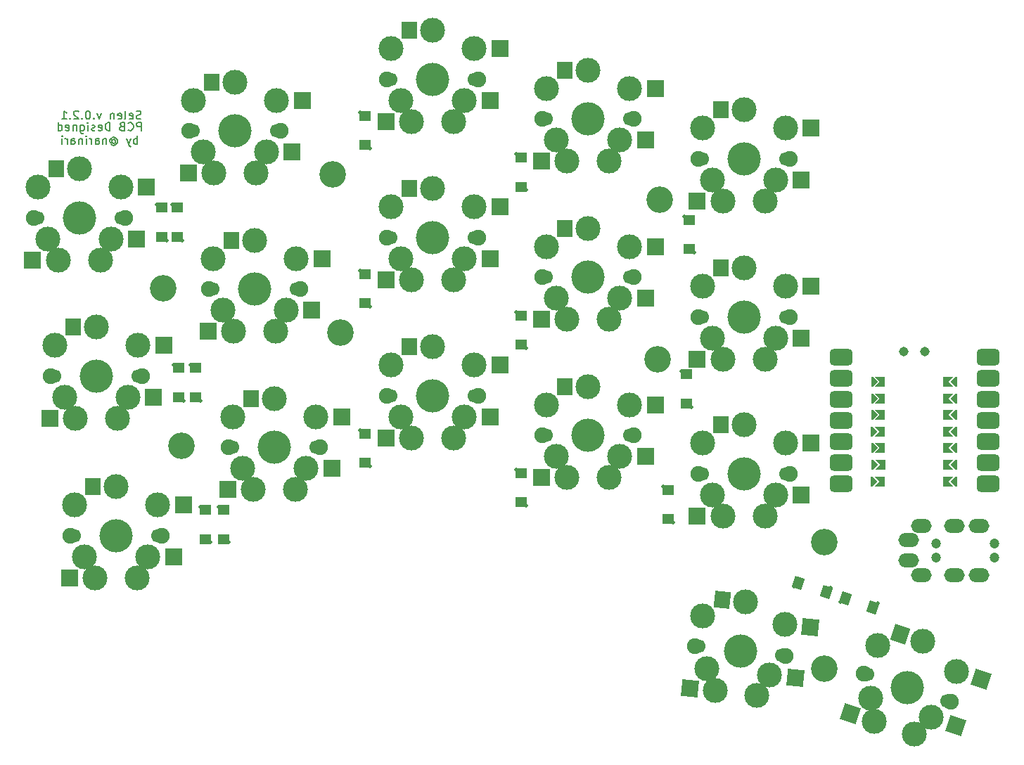
<source format=gbs>
%TF.GenerationSoftware,KiCad,Pcbnew,(6.0.7)*%
%TF.CreationDate,2022-09-23T16:12:31+09:00*%
%TF.ProjectId,selen-full,73656c65-6e2d-4667-956c-6c2e6b696361,rev?*%
%TF.SameCoordinates,Original*%
%TF.FileFunction,Soldermask,Bot*%
%TF.FilePolarity,Negative*%
%FSLAX46Y46*%
G04 Gerber Fmt 4.6, Leading zero omitted, Abs format (unit mm)*
G04 Created by KiCad (PCBNEW (6.0.7)) date 2022-09-23 16:12:31*
%MOMM*%
%LPD*%
G01*
G04 APERTURE LIST*
G04 Aperture macros list*
%AMRoundRect*
0 Rectangle with rounded corners*
0 $1 Rounding radius*
0 $2 $3 $4 $5 $6 $7 $8 $9 X,Y pos of 4 corners*
0 Add a 4 corners polygon primitive as box body*
4,1,4,$2,$3,$4,$5,$6,$7,$8,$9,$2,$3,0*
0 Add four circle primitives for the rounded corners*
1,1,$1+$1,$2,$3*
1,1,$1+$1,$4,$5*
1,1,$1+$1,$6,$7*
1,1,$1+$1,$8,$9*
0 Add four rect primitives between the rounded corners*
20,1,$1+$1,$2,$3,$4,$5,0*
20,1,$1+$1,$4,$5,$6,$7,0*
20,1,$1+$1,$6,$7,$8,$9,0*
20,1,$1+$1,$8,$9,$2,$3,0*%
%AMRotRect*
0 Rectangle, with rotation*
0 The origin of the aperture is its center*
0 $1 length*
0 $2 width*
0 $3 Rotation angle, in degrees counterclockwise*
0 Add horizontal line*
21,1,$1,$2,0,0,$3*%
%AMFreePoly0*
4,1,6,0.600000,0.200000,0.000000,-0.400000,-0.600000,0.200000,-0.600000,0.400000,0.600000,0.400000,0.600000,0.200000,0.600000,0.200000,$1*%
%AMFreePoly1*
4,1,6,0.600000,-0.250000,-0.600000,-0.250000,-0.600000,1.000000,0.000000,0.400000,0.600000,1.000000,0.600000,-0.250000,0.600000,-0.250000,$1*%
G04 Aperture macros list end*
%ADD10C,0.150000*%
%ADD11R,1.400000X1.200000*%
%ADD12C,0.500000*%
%ADD13RotRect,1.200000X1.400000X342.000000*%
%ADD14C,3.200000*%
%ADD15C,1.900000*%
%ADD16C,3.000000*%
%ADD17C,1.700000*%
%ADD18C,4.000000*%
%ADD19R,2.000000X2.000000*%
%ADD20R,1.900000X2.000000*%
%ADD21RotRect,2.000000X2.000000X354.000000*%
%ADD22RotRect,1.900000X2.000000X354.000000*%
%ADD23RotRect,1.200000X1.400000X162.000000*%
%ADD24RotRect,2.000000X2.000000X342.000000*%
%ADD25RotRect,1.900000X2.000000X342.000000*%
%ADD26C,1.200000*%
%ADD27O,2.500000X1.700000*%
%ADD28FreePoly0,90.000000*%
%ADD29RoundRect,0.499745X-0.874395X-0.499745X0.874395X-0.499745X0.874395X0.499745X-0.874395X0.499745X0*%
%ADD30FreePoly0,270.000000*%
%ADD31FreePoly1,90.000000*%
%ADD32FreePoly1,270.000000*%
%ADD33C,1.143000*%
G04 APERTURE END LIST*
D10*
X107761904Y-69004761D02*
X107619047Y-69052380D01*
X107380952Y-69052380D01*
X107285714Y-69004761D01*
X107238095Y-68957142D01*
X107190476Y-68861904D01*
X107190476Y-68766666D01*
X107238095Y-68671428D01*
X107285714Y-68623809D01*
X107380952Y-68576190D01*
X107571428Y-68528571D01*
X107666666Y-68480952D01*
X107714285Y-68433333D01*
X107761904Y-68338095D01*
X107761904Y-68242857D01*
X107714285Y-68147619D01*
X107666666Y-68100000D01*
X107571428Y-68052380D01*
X107333333Y-68052380D01*
X107190476Y-68100000D01*
X106380952Y-69004761D02*
X106476190Y-69052380D01*
X106666666Y-69052380D01*
X106761904Y-69004761D01*
X106809523Y-68909523D01*
X106809523Y-68528571D01*
X106761904Y-68433333D01*
X106666666Y-68385714D01*
X106476190Y-68385714D01*
X106380952Y-68433333D01*
X106333333Y-68528571D01*
X106333333Y-68623809D01*
X106809523Y-68719047D01*
X105761904Y-69052380D02*
X105857142Y-69004761D01*
X105904761Y-68909523D01*
X105904761Y-68052380D01*
X105000000Y-69004761D02*
X105095238Y-69052380D01*
X105285714Y-69052380D01*
X105380952Y-69004761D01*
X105428571Y-68909523D01*
X105428571Y-68528571D01*
X105380952Y-68433333D01*
X105285714Y-68385714D01*
X105095238Y-68385714D01*
X105000000Y-68433333D01*
X104952380Y-68528571D01*
X104952380Y-68623809D01*
X105428571Y-68719047D01*
X104523809Y-68385714D02*
X104523809Y-69052380D01*
X104523809Y-68480952D02*
X104476190Y-68433333D01*
X104380952Y-68385714D01*
X104238095Y-68385714D01*
X104142857Y-68433333D01*
X104095238Y-68528571D01*
X104095238Y-69052380D01*
X102952380Y-68385714D02*
X102714285Y-69052380D01*
X102476190Y-68385714D01*
X102095238Y-68957142D02*
X102047619Y-69004761D01*
X102095238Y-69052380D01*
X102142857Y-69004761D01*
X102095238Y-68957142D01*
X102095238Y-69052380D01*
X101428571Y-68052380D02*
X101333333Y-68052380D01*
X101238095Y-68100000D01*
X101190476Y-68147619D01*
X101142857Y-68242857D01*
X101095238Y-68433333D01*
X101095238Y-68671428D01*
X101142857Y-68861904D01*
X101190476Y-68957142D01*
X101238095Y-69004761D01*
X101333333Y-69052380D01*
X101428571Y-69052380D01*
X101523809Y-69004761D01*
X101571428Y-68957142D01*
X101619047Y-68861904D01*
X101666666Y-68671428D01*
X101666666Y-68433333D01*
X101619047Y-68242857D01*
X101571428Y-68147619D01*
X101523809Y-68100000D01*
X101428571Y-68052380D01*
X100666666Y-68957142D02*
X100619047Y-69004761D01*
X100666666Y-69052380D01*
X100714285Y-69004761D01*
X100666666Y-68957142D01*
X100666666Y-69052380D01*
X100238095Y-68147619D02*
X100190476Y-68100000D01*
X100095238Y-68052380D01*
X99857142Y-68052380D01*
X99761904Y-68100000D01*
X99714285Y-68147619D01*
X99666666Y-68242857D01*
X99666666Y-68338095D01*
X99714285Y-68480952D01*
X100285714Y-69052380D01*
X99666666Y-69052380D01*
X99238095Y-68957142D02*
X99190476Y-69004761D01*
X99238095Y-69052380D01*
X99285714Y-69004761D01*
X99238095Y-68957142D01*
X99238095Y-69052380D01*
X98238095Y-69052380D02*
X98809523Y-69052380D01*
X98523809Y-69052380D02*
X98523809Y-68052380D01*
X98619047Y-68195238D01*
X98714285Y-68290476D01*
X98809523Y-68338095D01*
X107800000Y-70447380D02*
X107800000Y-69447380D01*
X107419047Y-69447380D01*
X107323809Y-69495000D01*
X107276190Y-69542619D01*
X107228571Y-69637857D01*
X107228571Y-69780714D01*
X107276190Y-69875952D01*
X107323809Y-69923571D01*
X107419047Y-69971190D01*
X107800000Y-69971190D01*
X106228571Y-70352142D02*
X106276190Y-70399761D01*
X106419047Y-70447380D01*
X106514285Y-70447380D01*
X106657142Y-70399761D01*
X106752380Y-70304523D01*
X106800000Y-70209285D01*
X106847619Y-70018809D01*
X106847619Y-69875952D01*
X106800000Y-69685476D01*
X106752380Y-69590238D01*
X106657142Y-69495000D01*
X106514285Y-69447380D01*
X106419047Y-69447380D01*
X106276190Y-69495000D01*
X106228571Y-69542619D01*
X105466666Y-69923571D02*
X105323809Y-69971190D01*
X105276190Y-70018809D01*
X105228571Y-70114047D01*
X105228571Y-70256904D01*
X105276190Y-70352142D01*
X105323809Y-70399761D01*
X105419047Y-70447380D01*
X105800000Y-70447380D01*
X105800000Y-69447380D01*
X105466666Y-69447380D01*
X105371428Y-69495000D01*
X105323809Y-69542619D01*
X105276190Y-69637857D01*
X105276190Y-69733095D01*
X105323809Y-69828333D01*
X105371428Y-69875952D01*
X105466666Y-69923571D01*
X105800000Y-69923571D01*
X104038095Y-70447380D02*
X104038095Y-69447380D01*
X103800000Y-69447380D01*
X103657142Y-69495000D01*
X103561904Y-69590238D01*
X103514285Y-69685476D01*
X103466666Y-69875952D01*
X103466666Y-70018809D01*
X103514285Y-70209285D01*
X103561904Y-70304523D01*
X103657142Y-70399761D01*
X103800000Y-70447380D01*
X104038095Y-70447380D01*
X102657142Y-70399761D02*
X102752380Y-70447380D01*
X102942857Y-70447380D01*
X103038095Y-70399761D01*
X103085714Y-70304523D01*
X103085714Y-69923571D01*
X103038095Y-69828333D01*
X102942857Y-69780714D01*
X102752380Y-69780714D01*
X102657142Y-69828333D01*
X102609523Y-69923571D01*
X102609523Y-70018809D01*
X103085714Y-70114047D01*
X102228571Y-70399761D02*
X102133333Y-70447380D01*
X101942857Y-70447380D01*
X101847619Y-70399761D01*
X101800000Y-70304523D01*
X101800000Y-70256904D01*
X101847619Y-70161666D01*
X101942857Y-70114047D01*
X102085714Y-70114047D01*
X102180952Y-70066428D01*
X102228571Y-69971190D01*
X102228571Y-69923571D01*
X102180952Y-69828333D01*
X102085714Y-69780714D01*
X101942857Y-69780714D01*
X101847619Y-69828333D01*
X101371428Y-70447380D02*
X101371428Y-69780714D01*
X101371428Y-69447380D02*
X101419047Y-69495000D01*
X101371428Y-69542619D01*
X101323809Y-69495000D01*
X101371428Y-69447380D01*
X101371428Y-69542619D01*
X100466666Y-69780714D02*
X100466666Y-70590238D01*
X100514285Y-70685476D01*
X100561904Y-70733095D01*
X100657142Y-70780714D01*
X100800000Y-70780714D01*
X100895238Y-70733095D01*
X100466666Y-70399761D02*
X100561904Y-70447380D01*
X100752380Y-70447380D01*
X100847619Y-70399761D01*
X100895238Y-70352142D01*
X100942857Y-70256904D01*
X100942857Y-69971190D01*
X100895238Y-69875952D01*
X100847619Y-69828333D01*
X100752380Y-69780714D01*
X100561904Y-69780714D01*
X100466666Y-69828333D01*
X99990476Y-69780714D02*
X99990476Y-70447380D01*
X99990476Y-69875952D02*
X99942857Y-69828333D01*
X99847619Y-69780714D01*
X99704761Y-69780714D01*
X99609523Y-69828333D01*
X99561904Y-69923571D01*
X99561904Y-70447380D01*
X98704761Y-70399761D02*
X98800000Y-70447380D01*
X98990476Y-70447380D01*
X99085714Y-70399761D01*
X99133333Y-70304523D01*
X99133333Y-69923571D01*
X99085714Y-69828333D01*
X98990476Y-69780714D01*
X98800000Y-69780714D01*
X98704761Y-69828333D01*
X98657142Y-69923571D01*
X98657142Y-70018809D01*
X99133333Y-70114047D01*
X97800000Y-70447380D02*
X97800000Y-69447380D01*
X97800000Y-70399761D02*
X97895238Y-70447380D01*
X98085714Y-70447380D01*
X98180952Y-70399761D01*
X98228571Y-70352142D01*
X98276190Y-70256904D01*
X98276190Y-69971190D01*
X98228571Y-69875952D01*
X98180952Y-69828333D01*
X98085714Y-69780714D01*
X97895238Y-69780714D01*
X97800000Y-69828333D01*
X107323809Y-72057380D02*
X107323809Y-71057380D01*
X107323809Y-71438333D02*
X107228571Y-71390714D01*
X107038095Y-71390714D01*
X106942857Y-71438333D01*
X106895238Y-71485952D01*
X106847619Y-71581190D01*
X106847619Y-71866904D01*
X106895238Y-71962142D01*
X106942857Y-72009761D01*
X107038095Y-72057380D01*
X107228571Y-72057380D01*
X107323809Y-72009761D01*
X106514285Y-71390714D02*
X106276190Y-72057380D01*
X106038095Y-71390714D02*
X106276190Y-72057380D01*
X106371428Y-72295476D01*
X106419047Y-72343095D01*
X106514285Y-72390714D01*
X104276190Y-71581190D02*
X104323809Y-71533571D01*
X104419047Y-71485952D01*
X104514285Y-71485952D01*
X104609523Y-71533571D01*
X104657142Y-71581190D01*
X104704761Y-71676428D01*
X104704761Y-71771666D01*
X104657142Y-71866904D01*
X104609523Y-71914523D01*
X104514285Y-71962142D01*
X104419047Y-71962142D01*
X104323809Y-71914523D01*
X104276190Y-71866904D01*
X104276190Y-71485952D02*
X104276190Y-71866904D01*
X104228571Y-71914523D01*
X104180952Y-71914523D01*
X104085714Y-71866904D01*
X104038095Y-71771666D01*
X104038095Y-71533571D01*
X104133333Y-71390714D01*
X104276190Y-71295476D01*
X104466666Y-71247857D01*
X104657142Y-71295476D01*
X104800000Y-71390714D01*
X104895238Y-71533571D01*
X104942857Y-71724047D01*
X104895238Y-71914523D01*
X104800000Y-72057380D01*
X104657142Y-72152619D01*
X104466666Y-72200238D01*
X104276190Y-72152619D01*
X104133333Y-72057380D01*
X103609523Y-71390714D02*
X103609523Y-72057380D01*
X103609523Y-71485952D02*
X103561904Y-71438333D01*
X103466666Y-71390714D01*
X103323809Y-71390714D01*
X103228571Y-71438333D01*
X103180952Y-71533571D01*
X103180952Y-72057380D01*
X102276190Y-72057380D02*
X102276190Y-71533571D01*
X102323809Y-71438333D01*
X102419047Y-71390714D01*
X102609523Y-71390714D01*
X102704761Y-71438333D01*
X102276190Y-72009761D02*
X102371428Y-72057380D01*
X102609523Y-72057380D01*
X102704761Y-72009761D01*
X102752380Y-71914523D01*
X102752380Y-71819285D01*
X102704761Y-71724047D01*
X102609523Y-71676428D01*
X102371428Y-71676428D01*
X102276190Y-71628809D01*
X101800000Y-72057380D02*
X101800000Y-71390714D01*
X101800000Y-71581190D02*
X101752380Y-71485952D01*
X101704761Y-71438333D01*
X101609523Y-71390714D01*
X101514285Y-71390714D01*
X101180952Y-72057380D02*
X101180952Y-71390714D01*
X101180952Y-71057380D02*
X101228571Y-71105000D01*
X101180952Y-71152619D01*
X101133333Y-71105000D01*
X101180952Y-71057380D01*
X101180952Y-71152619D01*
X100704761Y-71390714D02*
X100704761Y-72057380D01*
X100704761Y-71485952D02*
X100657142Y-71438333D01*
X100561904Y-71390714D01*
X100419047Y-71390714D01*
X100323809Y-71438333D01*
X100276190Y-71533571D01*
X100276190Y-72057380D01*
X99371428Y-72057380D02*
X99371428Y-71533571D01*
X99419047Y-71438333D01*
X99514285Y-71390714D01*
X99704761Y-71390714D01*
X99800000Y-71438333D01*
X99371428Y-72009761D02*
X99466666Y-72057380D01*
X99704761Y-72057380D01*
X99800000Y-72009761D01*
X99847619Y-71914523D01*
X99847619Y-71819285D01*
X99800000Y-71724047D01*
X99704761Y-71676428D01*
X99466666Y-71676428D01*
X99371428Y-71628809D01*
X98895238Y-72057380D02*
X98895238Y-71390714D01*
X98895238Y-71581190D02*
X98847619Y-71485952D01*
X98800000Y-71438333D01*
X98704761Y-71390714D01*
X98609523Y-71390714D01*
X98276190Y-72057380D02*
X98276190Y-71390714D01*
X98276190Y-71057380D02*
X98323809Y-71105000D01*
X98276190Y-71152619D01*
X98228571Y-71105000D01*
X98276190Y-71057380D01*
X98276190Y-71152619D01*
D11*
%TO.C,D9*%
X153500000Y-96200000D03*
D12*
X154100000Y-96600000D03*
D11*
X153500000Y-92700000D03*
D12*
X152900000Y-92300000D03*
%TD*%
D11*
%TO.C,D4*%
X153500000Y-77200000D03*
D12*
X154100000Y-77600000D03*
X152900000Y-73300000D03*
D11*
X153500000Y-73700000D03*
%TD*%
%TO.C,D12*%
X117750000Y-119634000D03*
D12*
X118350000Y-120034000D03*
D11*
X117750000Y-116134000D03*
D12*
X117150000Y-115734000D03*
%TD*%
D13*
%TO.C,D17*%
X192532000Y-126746000D03*
D12*
X191966167Y-127193027D03*
X196426531Y-127380532D03*
D13*
X195860698Y-127827560D03*
%TD*%
D14*
%TO.C,REF\u002A\u002A*%
X190000000Y-120000000D03*
%TD*%
D15*
%TO.C,SW1*%
X94830000Y-80962500D03*
D16*
X96520000Y-83502500D03*
D17*
X95250000Y-80962500D03*
D16*
X104140000Y-83502500D03*
X95330000Y-77262500D03*
X100330000Y-75062500D03*
D17*
X105410000Y-80962500D03*
D16*
X105330000Y-77262500D03*
X97790000Y-86042500D03*
X102870000Y-86042500D03*
D18*
X100330000Y-80962500D03*
D15*
X105830000Y-80962500D03*
D19*
X108430000Y-77262500D03*
X107230000Y-83502500D03*
X94730000Y-86042500D03*
D20*
X97530000Y-75062500D03*
%TD*%
D17*
%TO.C,SW13*%
X137795000Y-102393750D03*
D15*
X148375000Y-102393750D03*
D16*
X147875000Y-98693750D03*
X137875000Y-98693750D03*
X142875000Y-96493750D03*
X140335000Y-107473750D03*
D17*
X147955000Y-102393750D03*
D16*
X139065000Y-104933750D03*
X146685000Y-104933750D03*
X145415000Y-107473750D03*
D18*
X142875000Y-102393750D03*
D15*
X137375000Y-102393750D03*
D19*
X150975000Y-98693750D03*
X149775000Y-104933750D03*
D20*
X140075000Y-96493750D03*
D19*
X137275000Y-107473750D03*
%TD*%
D12*
%TO.C,D15*%
X171850000Y-117600000D03*
D11*
X171250000Y-117200000D03*
D12*
X170650000Y-113300000D03*
D11*
X171250000Y-113700000D03*
%TD*%
D14*
%TO.C,REF\u002A\u002A*%
X170200000Y-78800000D03*
%TD*%
D12*
%TO.C,D8*%
X135350000Y-91600000D03*
D11*
X134750000Y-91200000D03*
X134750000Y-87700000D03*
D12*
X134150000Y-87300000D03*
%TD*%
D14*
%TO.C,REF\u002A\u002A*%
X112600000Y-108400000D03*
%TD*%
D16*
%TO.C,SW7*%
X121443750Y-83635000D03*
D15*
X126943750Y-89535000D03*
D16*
X123983750Y-94615000D03*
X117633750Y-92075000D03*
X118903750Y-94615000D03*
X126443750Y-85835000D03*
D18*
X121443750Y-89535000D03*
D16*
X125253750Y-92075000D03*
D15*
X115943750Y-89535000D03*
D17*
X116363750Y-89535000D03*
D16*
X116443750Y-85835000D03*
D17*
X126523750Y-89535000D03*
D19*
X128343750Y-92075000D03*
X129543750Y-85835000D03*
X115843750Y-94615000D03*
D20*
X118643750Y-83635000D03*
%TD*%
D11*
%TO.C,D11*%
X115500000Y-119634000D03*
D12*
X116100000Y-120034000D03*
X114900000Y-115734000D03*
D11*
X115500000Y-116134000D03*
%TD*%
D14*
%TO.C,REF\u002A\u002A*%
X130810000Y-75692000D03*
%TD*%
D16*
%TO.C,SW6*%
X98583750Y-102552500D03*
X107393750Y-96312500D03*
D15*
X107893750Y-100012500D03*
X96893750Y-100012500D03*
D18*
X102393750Y-100012500D03*
D16*
X102393750Y-94112500D03*
D17*
X97313750Y-100012500D03*
D16*
X104933750Y-105092500D03*
X106203750Y-102552500D03*
X99853750Y-105092500D03*
X97393750Y-96312500D03*
D17*
X107473750Y-100012500D03*
D19*
X110493750Y-96312500D03*
X109293750Y-102552500D03*
X96793750Y-105092500D03*
D20*
X99593750Y-94112500D03*
%TD*%
D14*
%TO.C,REF\u002A\u002A*%
X110400000Y-89400000D03*
%TD*%
D16*
%TO.C,SW11*%
X104775000Y-113321250D03*
X108585000Y-121761250D03*
X109775000Y-115521250D03*
D18*
X104775000Y-119221250D03*
D16*
X99775000Y-115521250D03*
D15*
X110275000Y-119221250D03*
D17*
X109855000Y-119221250D03*
D15*
X99275000Y-119221250D03*
D16*
X102235000Y-124301250D03*
X100965000Y-121761250D03*
D17*
X99695000Y-119221250D03*
D16*
X107315000Y-124301250D03*
D19*
X111675000Y-121761250D03*
X112875000Y-115521250D03*
D20*
X101975000Y-113321250D03*
D19*
X99175000Y-124301250D03*
%TD*%
D16*
%TO.C,SW8*%
X142875000Y-77443750D03*
D18*
X142875000Y-83343750D03*
D17*
X137795000Y-83343750D03*
D15*
X137375000Y-83343750D03*
D16*
X137875000Y-79643750D03*
X147875000Y-79643750D03*
X145415000Y-88423750D03*
X146685000Y-85883750D03*
X139065000Y-85883750D03*
D17*
X147955000Y-83343750D03*
D15*
X148375000Y-83343750D03*
D16*
X140335000Y-88423750D03*
D19*
X149775000Y-85883750D03*
X150975000Y-79643750D03*
X137275000Y-88423750D03*
D20*
X140075000Y-77443750D03*
%TD*%
D16*
%TO.C,SW10*%
X180340000Y-86968750D03*
X185340000Y-89168750D03*
D15*
X174840000Y-92868750D03*
D16*
X175340000Y-89168750D03*
X177800000Y-97948750D03*
X176530000Y-95408750D03*
D15*
X185840000Y-92868750D03*
D18*
X180340000Y-92868750D03*
D16*
X182880000Y-97948750D03*
D17*
X185420000Y-92868750D03*
D16*
X184150000Y-95408750D03*
D17*
X175260000Y-92868750D03*
D19*
X188440000Y-89168750D03*
X187240000Y-95408750D03*
X174740000Y-97948750D03*
D20*
X177540000Y-86968750D03*
%TD*%
D16*
%TO.C,SW15*%
X175340000Y-108060000D03*
D17*
X175260000Y-111760000D03*
D16*
X177800000Y-116840000D03*
D15*
X174840000Y-111760000D03*
X185840000Y-111760000D03*
D16*
X176530000Y-114300000D03*
D18*
X180340000Y-111760000D03*
D16*
X182880000Y-116840000D03*
X185340000Y-108060000D03*
X184150000Y-114300000D03*
X180340000Y-105860000D03*
D17*
X185420000Y-111760000D03*
D19*
X187240000Y-114300000D03*
X188440000Y-108060000D03*
D20*
X177540000Y-105860000D03*
D19*
X174740000Y-116840000D03*
%TD*%
D18*
%TO.C,SW3*%
X142875000Y-64293750D03*
D15*
X148375000Y-64293750D03*
D16*
X142875000Y-58393750D03*
D17*
X137795000Y-64293750D03*
D16*
X137875000Y-60593750D03*
X139065000Y-66833750D03*
X147875000Y-60593750D03*
D17*
X147955000Y-64293750D03*
D16*
X145415000Y-69373750D03*
X146685000Y-66833750D03*
D15*
X137375000Y-64293750D03*
D16*
X140335000Y-69373750D03*
D19*
X149775000Y-66833750D03*
X150975000Y-60593750D03*
X137275000Y-69373750D03*
D20*
X140075000Y-58393750D03*
%TD*%
D15*
%TO.C,SW16*%
X174455262Y-132521675D03*
D16*
X175339278Y-128894209D03*
D18*
X179925132Y-133096582D03*
D16*
X175870501Y-135224414D03*
D17*
X184977303Y-133627587D03*
D16*
X181920213Y-138414256D03*
X185284497Y-129939493D03*
D15*
X185395002Y-133671489D03*
D16*
X180541850Y-127228903D03*
X176868042Y-137883251D03*
D17*
X174872961Y-132565577D03*
D16*
X183448758Y-136020921D03*
D21*
X186521831Y-136343914D03*
X188367515Y-130263532D03*
D22*
X177757189Y-126936223D03*
D21*
X173824805Y-137563394D03*
%TD*%
D11*
%TO.C,D3*%
X134750000Y-72200000D03*
D12*
X135350000Y-72600000D03*
D11*
X134750000Y-68700000D03*
D12*
X134150000Y-68300000D03*
%TD*%
%TO.C,D5*%
X174400000Y-85100000D03*
D11*
X173800000Y-84700000D03*
D12*
X173200000Y-80800000D03*
D11*
X173800000Y-81200000D03*
%TD*%
D12*
%TO.C,D1*%
X110836000Y-83634000D03*
D11*
X110236000Y-83234000D03*
D12*
X109636000Y-79334000D03*
D11*
X110236000Y-79734000D03*
%TD*%
D18*
%TO.C,SW2*%
X119062500Y-70485000D03*
D16*
X121602500Y-75565000D03*
X116522500Y-75565000D03*
D17*
X113982500Y-70485000D03*
X124142500Y-70485000D03*
D16*
X122872500Y-73025000D03*
X115252500Y-73025000D03*
D15*
X113562500Y-70485000D03*
D16*
X124062500Y-66785000D03*
X114062500Y-66785000D03*
D15*
X124562500Y-70485000D03*
D16*
X119062500Y-64585000D03*
D19*
X125962500Y-73025000D03*
X127162500Y-66785000D03*
D20*
X116262500Y-64585000D03*
D19*
X113462500Y-75565000D03*
%TD*%
D16*
%TO.C,SW9*%
X156607500Y-84406250D03*
D18*
X161607500Y-88106250D03*
D16*
X159067500Y-93186250D03*
X165417500Y-90646250D03*
X157797500Y-90646250D03*
D15*
X167107500Y-88106250D03*
D16*
X164147500Y-93186250D03*
D15*
X156107500Y-88106250D03*
D17*
X156527500Y-88106250D03*
D16*
X161607500Y-82206250D03*
D17*
X166687500Y-88106250D03*
D16*
X166607500Y-84406250D03*
D19*
X168507500Y-90646250D03*
X169707500Y-84406250D03*
D20*
X158807500Y-82206250D03*
D19*
X156007500Y-93186250D03*
%TD*%
D15*
%TO.C,SW5*%
X185840000Y-73818750D03*
D16*
X180340000Y-67918750D03*
D18*
X180340000Y-73818750D03*
D16*
X177800000Y-78898750D03*
D15*
X174840000Y-73818750D03*
D16*
X184150000Y-76358750D03*
X182880000Y-78898750D03*
X175340000Y-70118750D03*
D17*
X185420000Y-73818750D03*
D16*
X185340000Y-70118750D03*
X176530000Y-76358750D03*
D17*
X175260000Y-73818750D03*
D19*
X187240000Y-76358750D03*
X188440000Y-70118750D03*
X174740000Y-78898750D03*
D20*
X177540000Y-67918750D03*
%TD*%
D12*
%TO.C,D16*%
X190811833Y-125536973D03*
D23*
X190246000Y-125984000D03*
D12*
X186351469Y-125349468D03*
D23*
X186917302Y-124902440D03*
%TD*%
D14*
%TO.C,REF\u002A\u002A*%
X170000000Y-98000000D03*
%TD*%
D12*
%TO.C,D13*%
X135350000Y-110850000D03*
D11*
X134750000Y-110450000D03*
D12*
X134150000Y-106550000D03*
D11*
X134750000Y-106950000D03*
%TD*%
D12*
%TO.C,D10*%
X174000000Y-103700000D03*
D11*
X173400000Y-103300000D03*
D12*
X172800000Y-99400000D03*
D11*
X173400000Y-99800000D03*
%TD*%
D15*
%TO.C,SW17*%
X194806738Y-135823708D03*
D16*
X205936194Y-135549477D03*
D17*
X195206182Y-135953495D03*
D16*
X196425629Y-132459307D03*
X201860749Y-131912068D03*
X200883426Y-143139571D03*
D15*
X205268360Y-139222894D03*
D18*
X200037549Y-137523301D03*
D16*
X196052059Y-141569765D03*
X195629121Y-138761630D03*
X202876171Y-141116339D03*
D17*
X204868916Y-139093107D03*
D24*
X205814936Y-142071202D03*
X208884470Y-136507430D03*
X193141826Y-140624173D03*
D25*
X199197791Y-131046820D03*
%TD*%
D16*
%TO.C,SW12*%
X121285000Y-113665000D03*
D18*
X123825000Y-108585000D03*
D16*
X118825000Y-104885000D03*
X123825000Y-102685000D03*
X120015000Y-111125000D03*
D17*
X128905000Y-108585000D03*
D15*
X118325000Y-108585000D03*
D17*
X118745000Y-108585000D03*
D16*
X126365000Y-113665000D03*
D15*
X129325000Y-108585000D03*
D16*
X127635000Y-111125000D03*
X128825000Y-104885000D03*
D19*
X130725000Y-111125000D03*
X131925000Y-104885000D03*
X118225000Y-113665000D03*
D20*
X121025000Y-102685000D03*
%TD*%
D12*
%TO.C,D14*%
X154100000Y-115600000D03*
D11*
X153500000Y-115200000D03*
X153500000Y-111700000D03*
D12*
X152900000Y-111300000D03*
%TD*%
D26*
%TO.C,J1*%
X210484000Y-120125000D03*
X203484000Y-120125000D03*
X210484000Y-121875000D03*
X203484000Y-121875000D03*
D27*
X200184000Y-119775000D03*
X200184000Y-122225000D03*
X208684000Y-118025000D03*
X208684000Y-123975000D03*
X205684000Y-118025000D03*
X205684000Y-123975000D03*
X201684000Y-123975000D03*
X201684000Y-118025000D03*
%TD*%
D11*
%TO.C,D2*%
X112111000Y-83234000D03*
D12*
X112711000Y-83634000D03*
D11*
X112111000Y-79734000D03*
D12*
X111511000Y-79334000D03*
%TD*%
D16*
%TO.C,SW14*%
X156607500Y-103456250D03*
D17*
X166687500Y-107156250D03*
D16*
X157797500Y-109696250D03*
D15*
X167107500Y-107156250D03*
D16*
X161607500Y-101256250D03*
X159067500Y-112236250D03*
X165417500Y-109696250D03*
D18*
X161607500Y-107156250D03*
D16*
X164147500Y-112236250D03*
D17*
X156527500Y-107156250D03*
D15*
X156107500Y-107156250D03*
D16*
X166607500Y-103456250D03*
D19*
X169707500Y-103456250D03*
X168507500Y-109696250D03*
D20*
X158807500Y-101256250D03*
D19*
X156007500Y-112236250D03*
%TD*%
D11*
%TO.C,D7*%
X114300000Y-102538000D03*
D12*
X114900000Y-102938000D03*
X113700000Y-98638000D03*
D11*
X114300000Y-99038000D03*
%TD*%
D16*
%TO.C,SW4*%
X165417500Y-71596250D03*
D17*
X156527500Y-69056250D03*
D15*
X167107500Y-69056250D03*
D16*
X159067500Y-74136250D03*
D15*
X156107500Y-69056250D03*
D17*
X166687500Y-69056250D03*
D16*
X161607500Y-63156250D03*
X166607500Y-65356250D03*
D18*
X161607500Y-69056250D03*
D16*
X164147500Y-74136250D03*
X157797500Y-71596250D03*
X156607500Y-65356250D03*
D19*
X169707500Y-65356250D03*
X168507500Y-71596250D03*
X156007500Y-74136250D03*
D20*
X158807500Y-63156250D03*
%TD*%
D28*
%TO.C,U1*%
X196088184Y-108687504D03*
D29*
X192088184Y-97731296D03*
D28*
X196112572Y-110687504D03*
D29*
X209755064Y-105351296D03*
D28*
X196088184Y-102687504D03*
D29*
X209755064Y-100271296D03*
X192088184Y-112971296D03*
X192088184Y-102811296D03*
D28*
X196063796Y-112687504D03*
D29*
X209755064Y-112971296D03*
X209755064Y-102811296D03*
D30*
X205588184Y-100687504D03*
X205588184Y-110687504D03*
D28*
X196088184Y-100687504D03*
D30*
X205563796Y-112687504D03*
X205588184Y-104687504D03*
D29*
X209755064Y-97731296D03*
D30*
X205588184Y-102687504D03*
X205563796Y-106687504D03*
D29*
X192088184Y-107891296D03*
D28*
X196063796Y-106687504D03*
D29*
X192088184Y-100271296D03*
X209755064Y-107891296D03*
D28*
X196088184Y-104687504D03*
D29*
X192088184Y-105351296D03*
X192088184Y-110431296D03*
X209755064Y-110431296D03*
D30*
X205588184Y-108687504D03*
D31*
X197088184Y-100687504D03*
X197088184Y-102687504D03*
X197088184Y-104687504D03*
X197063796Y-106687504D03*
X197088184Y-108687504D03*
X197112572Y-110687504D03*
X197063796Y-112687504D03*
D32*
X204563796Y-112687504D03*
X204588184Y-110687504D03*
X204588184Y-108687504D03*
X204563796Y-106687504D03*
X204588184Y-104687504D03*
X204588184Y-102687504D03*
X204588184Y-100687504D03*
D33*
X202139381Y-97044929D03*
X199599381Y-97044929D03*
%TD*%
D14*
%TO.C,REF\u002A\u002A*%
X189992000Y-135250000D03*
%TD*%
%TO.C,REF\u002A\u002A*%
X131800000Y-94800000D03*
%TD*%
D12*
%TO.C,D6*%
X112868000Y-102938000D03*
D11*
X112268000Y-102538000D03*
X112268000Y-99038000D03*
D12*
X111668000Y-98638000D03*
%TD*%
M02*

</source>
